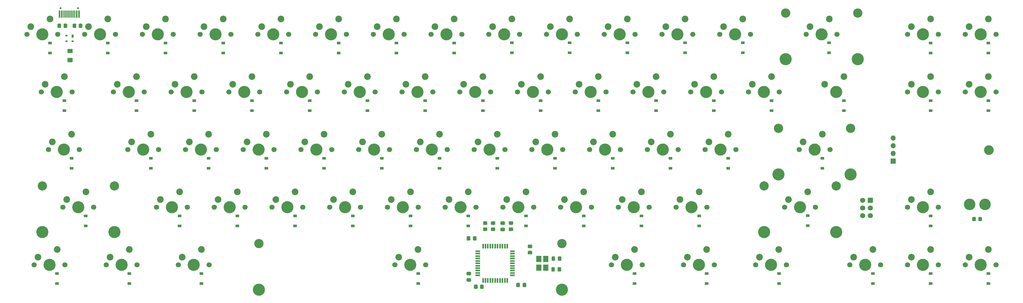
<source format=gbr>
G04 #@! TF.GenerationSoftware,KiCad,Pcbnew,(5.1.12)-1*
G04 #@! TF.CreationDate,2021-11-30T17:05:59-08:00*
G04 #@! TF.ProjectId,oled68 pcb,6f6c6564-3638-4207-9063-622e6b696361,rev?*
G04 #@! TF.SameCoordinates,Original*
G04 #@! TF.FileFunction,Soldermask,Bot*
G04 #@! TF.FilePolarity,Negative*
%FSLAX46Y46*%
G04 Gerber Fmt 4.6, Leading zero omitted, Abs format (unit mm)*
G04 Created by KiCad (PCBNEW (5.1.12)-1) date 2021-11-30 17:05:59*
%MOMM*%
%LPD*%
G01*
G04 APERTURE LIST*
%ADD10C,2.200000*%
%ADD11C,4.000000*%
%ADD12C,1.700000*%
%ADD13R,1.500000X0.550000*%
%ADD14R,0.550000X1.500000*%
%ADD15C,3.200000*%
%ADD16C,3.800000*%
%ADD17R,1.800000X2.100000*%
%ADD18R,0.600000X2.450000*%
%ADD19R,0.300000X2.450000*%
%ADD20C,0.650000*%
%ADD21R,0.700000X1.000000*%
%ADD22R,0.700000X0.600000*%
%ADD23R,1.700000X1.700000*%
%ADD24O,1.700000X1.700000*%
%ADD25C,3.050000*%
%ADD26R,1.200000X0.900000*%
G04 APERTURE END LIST*
D10*
X-24378300Y-75344000D03*
X-30728300Y-77884000D03*
D11*
X-26918300Y-80424000D03*
D12*
X-31998300Y-80424000D03*
X-21838300Y-80424000D03*
D10*
X-124327300Y-56294000D03*
X-130677300Y-58834000D03*
D11*
X-126867300Y-61374000D03*
D12*
X-131947300Y-61374000D03*
X-121787300Y-61374000D03*
D10*
X-148132800Y-56294000D03*
X-154482800Y-58834000D03*
D11*
X-150672800Y-61374000D03*
D12*
X-155752800Y-61374000D03*
X-145592800Y-61374000D03*
D13*
X-11719800Y-114046500D03*
X-11719800Y-114846500D03*
X-11719800Y-115646500D03*
X-11719800Y-116446500D03*
X-11719800Y-117246500D03*
X-11719800Y-118046500D03*
X-11719800Y-118846500D03*
X-11719800Y-119646500D03*
X-11719800Y-120446500D03*
X-11719800Y-121246500D03*
X-11719800Y-122046500D03*
D14*
X-10019800Y-123746500D03*
X-9219800Y-123746500D03*
X-8419800Y-123746500D03*
X-7619800Y-123746500D03*
X-6819800Y-123746500D03*
X-6019800Y-123746500D03*
X-5219800Y-123746500D03*
X-4419800Y-123746500D03*
X-3619800Y-123746500D03*
X-2819800Y-123746500D03*
X-2019800Y-123746500D03*
D13*
X-319800Y-122046500D03*
X-319800Y-121246500D03*
X-319800Y-120446500D03*
X-319800Y-119646500D03*
X-319800Y-118846500D03*
X-319800Y-118046500D03*
X-319800Y-117246500D03*
X-319800Y-116446500D03*
X-319800Y-115646500D03*
X-319800Y-114846500D03*
X-319800Y-114046500D03*
D14*
X-2019800Y-112346500D03*
X-2819800Y-112346500D03*
X-3619800Y-112346500D03*
X-4419800Y-112346500D03*
X-5219800Y-112346500D03*
X-6019800Y-112346500D03*
X-6819800Y-112346500D03*
X-7619800Y-112346500D03*
X-8419800Y-112346500D03*
X-9219800Y-112346500D03*
X-10019800Y-112346500D03*
D15*
X156921200Y-80645000D03*
D16*
X155644200Y-98585000D03*
X150564200Y-98585000D03*
D10*
X137673700Y-94394000D03*
X131323700Y-96934000D03*
D11*
X135133700Y-99474000D03*
D12*
X130053700Y-99474000D03*
X140213700Y-99474000D03*
D10*
X156723700Y-56294000D03*
X150373700Y-58834000D03*
D11*
X154183700Y-61374000D03*
D12*
X149103700Y-61374000D03*
X159263700Y-61374000D03*
D17*
X8394700Y-119507000D03*
X8394700Y-116607000D03*
X10694700Y-116607000D03*
X10694700Y-119507000D03*
D18*
X-143327300Y-35660000D03*
X-149777300Y-35660000D03*
X-144102300Y-35660000D03*
X-149002300Y-35660000D03*
D19*
X-148302300Y-35660000D03*
X-144802300Y-35660000D03*
X-147802300Y-35660000D03*
X-145302300Y-35660000D03*
X-147302300Y-35660000D03*
X-145802300Y-35660000D03*
X-146302300Y-35660000D03*
X-146802300Y-35660000D03*
D20*
X-143662300Y-33715000D03*
X-149442300Y-33715000D03*
D21*
X-145481800Y-42971000D03*
D22*
X-147481800Y-42771000D03*
X-145481800Y-44671000D03*
X-147481800Y-44671000D03*
G36*
G01*
X-6268299Y-107375000D02*
X-7168301Y-107375000D01*
G75*
G02*
X-7418300Y-107125001I0J249999D01*
G01*
X-7418300Y-106424999D01*
G75*
G02*
X-7168301Y-106175000I249999J0D01*
G01*
X-6268299Y-106175000D01*
G75*
G02*
X-6018300Y-106424999I0J-249999D01*
G01*
X-6018300Y-107125001D01*
G75*
G02*
X-6268299Y-107375000I-249999J0D01*
G01*
G37*
G36*
G01*
X-6267900Y-105375000D02*
X-7168700Y-105375000D01*
G75*
G02*
X-7418300Y-105125400I0J249600D01*
G01*
X-7418300Y-104424600D01*
G75*
G02*
X-7168700Y-104175000I249600J0D01*
G01*
X-6267900Y-104175000D01*
G75*
G02*
X-6018300Y-104424600I0J-249600D01*
G01*
X-6018300Y-105125400D01*
G75*
G02*
X-6267900Y-105375000I-249600J0D01*
G01*
G37*
G36*
G01*
X-8871799Y-107375000D02*
X-9771801Y-107375000D01*
G75*
G02*
X-10021800Y-107125001I0J249999D01*
G01*
X-10021800Y-106424999D01*
G75*
G02*
X-9771801Y-106175000I249999J0D01*
G01*
X-8871799Y-106175000D01*
G75*
G02*
X-8621800Y-106424999I0J-249999D01*
G01*
X-8621800Y-107125001D01*
G75*
G02*
X-8871799Y-107375000I-249999J0D01*
G01*
G37*
G36*
G01*
X-8871400Y-105375000D02*
X-9772200Y-105375000D01*
G75*
G02*
X-10021800Y-105125400I0J249600D01*
G01*
X-10021800Y-104424600D01*
G75*
G02*
X-9772200Y-104175000I249600J0D01*
G01*
X-8871400Y-104175000D01*
G75*
G02*
X-8621800Y-104424600I0J-249600D01*
G01*
X-8621800Y-105125400D01*
G75*
G02*
X-8871400Y-105375000I-249600J0D01*
G01*
G37*
G36*
G01*
X-142230800Y-39079999D02*
X-142230800Y-39980001D01*
G75*
G02*
X-142480799Y-40230000I-249999J0D01*
G01*
X-143180801Y-40230000D01*
G75*
G02*
X-143430800Y-39980001I0J249999D01*
G01*
X-143430800Y-39079999D01*
G75*
G02*
X-143180801Y-38830000I249999J0D01*
G01*
X-142480799Y-38830000D01*
G75*
G02*
X-142230800Y-39079999I0J-249999D01*
G01*
G37*
G36*
G01*
X-144230800Y-39079600D02*
X-144230800Y-39980400D01*
G75*
G02*
X-144480400Y-40230000I-249600J0D01*
G01*
X-145181200Y-40230000D01*
G75*
G02*
X-145430800Y-39980400I0J249600D01*
G01*
X-145430800Y-39079600D01*
G75*
G02*
X-145181200Y-38830000I249600J0D01*
G01*
X-144480400Y-38830000D01*
G75*
G02*
X-144230800Y-39079600I0J-249600D01*
G01*
G37*
G36*
G01*
X-150438300Y-39980001D02*
X-150438300Y-39079999D01*
G75*
G02*
X-150188301Y-38830000I249999J0D01*
G01*
X-149488299Y-38830000D01*
G75*
G02*
X-149238300Y-39079999I0J-249999D01*
G01*
X-149238300Y-39980001D01*
G75*
G02*
X-149488299Y-40230000I-249999J0D01*
G01*
X-150188301Y-40230000D01*
G75*
G02*
X-150438300Y-39980001I0J249999D01*
G01*
G37*
G36*
G01*
X-148438300Y-39980400D02*
X-148438300Y-39079600D01*
G75*
G02*
X-148188700Y-38830000I249600J0D01*
G01*
X-147487900Y-38830000D01*
G75*
G02*
X-147238300Y-39079600I0J-249600D01*
G01*
X-147238300Y-39980400D01*
G75*
G02*
X-147487900Y-40230000I-249600J0D01*
G01*
X-148188700Y-40230000D01*
G75*
G02*
X-148438300Y-39980400I0J249600D01*
G01*
G37*
G36*
G01*
X151393200Y-103861001D02*
X151393200Y-102960999D01*
G75*
G02*
X151643199Y-102711000I249999J0D01*
G01*
X152343201Y-102711000D01*
G75*
G02*
X152593200Y-102960999I0J-249999D01*
G01*
X152593200Y-103861001D01*
G75*
G02*
X152343201Y-104111000I-249999J0D01*
G01*
X151643199Y-104111000D01*
G75*
G02*
X151393200Y-103861001I0J249999D01*
G01*
G37*
G36*
G01*
X153393200Y-103861001D02*
X153393200Y-102960999D01*
G75*
G02*
X153643199Y-102711000I249999J0D01*
G01*
X154343201Y-102711000D01*
G75*
G02*
X154593200Y-102960999I0J-249999D01*
G01*
X154593200Y-103861001D01*
G75*
G02*
X154343201Y-104111000I-249999J0D01*
G01*
X153643199Y-104111000D01*
G75*
G02*
X153393200Y-103861001I0J249999D01*
G01*
G37*
G36*
G01*
X-13001300Y-126243900D02*
X-13001300Y-125343100D01*
G75*
G02*
X-12751700Y-125093500I249600J0D01*
G01*
X-12050900Y-125093500D01*
G75*
G02*
X-11801300Y-125343100I0J-249600D01*
G01*
X-11801300Y-126243900D01*
G75*
G02*
X-12050900Y-126493500I-249600J0D01*
G01*
X-12751700Y-126493500D01*
G75*
G02*
X-13001300Y-126243900I0J249600D01*
G01*
G37*
G36*
G01*
X-11001300Y-126243900D02*
X-11001300Y-125343100D01*
G75*
G02*
X-10751700Y-125093500I249600J0D01*
G01*
X-10050900Y-125093500D01*
G75*
G02*
X-9801300Y-125343100I0J-249600D01*
G01*
X-9801300Y-126243900D01*
G75*
G02*
X-10050900Y-126493500I-249600J0D01*
G01*
X-10751700Y-126493500D01*
G75*
G02*
X-11001300Y-126243900I0J249600D01*
G01*
G37*
D23*
X125303700Y-84234000D03*
D24*
X125303700Y-81694000D03*
X125303700Y-79154000D03*
X125303700Y-76614000D03*
D10*
X156723700Y-113444000D03*
X150373700Y-115984000D03*
D11*
X154183700Y-118524000D03*
D12*
X149103700Y-118524000D03*
X159263700Y-118524000D03*
D10*
X156723700Y-37244000D03*
X150373700Y-39784000D03*
D11*
X154183700Y-42324000D03*
D12*
X149103700Y-42324000D03*
X159263700Y-42324000D03*
D10*
X137673700Y-113444000D03*
X131323700Y-115984000D03*
D11*
X135133700Y-118524000D03*
D12*
X130053700Y-118524000D03*
X140213700Y-118524000D03*
D10*
X137673700Y-56294000D03*
X131323700Y-58834000D03*
D11*
X135133700Y-61374000D03*
D12*
X130053700Y-61374000D03*
X140213700Y-61374000D03*
D10*
X137673700Y-37244000D03*
X131323700Y-39784000D03*
D11*
X135133700Y-42324000D03*
D12*
X130053700Y-42324000D03*
X140213700Y-42324000D03*
D10*
X118623700Y-113444000D03*
X112273700Y-115984000D03*
D11*
X116083700Y-118524000D03*
D12*
X111003700Y-118524000D03*
X121163700Y-118524000D03*
D10*
X97160700Y-94394000D03*
X90810700Y-96934000D03*
D11*
X94620700Y-99474000D03*
D12*
X89540700Y-99474000D03*
X99700700Y-99474000D03*
D11*
X106520700Y-107714000D03*
X82720700Y-107714000D03*
D25*
X82720700Y-92474000D03*
X106520700Y-92474000D03*
D10*
X101923200Y-75344000D03*
X95573200Y-77884000D03*
D11*
X99383200Y-80424000D03*
D12*
X94303200Y-80424000D03*
X104463200Y-80424000D03*
D11*
X111283200Y-88664000D03*
X87483200Y-88664000D03*
D25*
X87483200Y-73424000D03*
X111283200Y-73424000D03*
D10*
X109035200Y-56294000D03*
X102685200Y-58834000D03*
D11*
X106495200Y-61374000D03*
D10*
X104272700Y-37244000D03*
X97922700Y-39784000D03*
D11*
X101732700Y-42324000D03*
D12*
X96652700Y-42324000D03*
X106812700Y-42324000D03*
D11*
X113632700Y-50564000D03*
X89832700Y-50564000D03*
D25*
X89832700Y-35324000D03*
X113632700Y-35324000D03*
D10*
X85222700Y-56294000D03*
X78872700Y-58834000D03*
D11*
X82682700Y-61374000D03*
D12*
X77602700Y-61374000D03*
X87762700Y-61374000D03*
D10*
X75697700Y-37244000D03*
X69347700Y-39784000D03*
D11*
X73157700Y-42324000D03*
D12*
X68077700Y-42324000D03*
X78237700Y-42324000D03*
D10*
X87572200Y-113444000D03*
X81222200Y-115984000D03*
D11*
X85032200Y-118524000D03*
D12*
X79952200Y-118524000D03*
X90112200Y-118524000D03*
D10*
X70871700Y-75344000D03*
X64521700Y-77884000D03*
D11*
X68331700Y-80424000D03*
D12*
X63251700Y-80424000D03*
X73411700Y-80424000D03*
D10*
X66172700Y-56294000D03*
X59822700Y-58834000D03*
D11*
X63632700Y-61374000D03*
D12*
X58552700Y-61374000D03*
X68712700Y-61374000D03*
D10*
X56647700Y-37244000D03*
X50297700Y-39784000D03*
D11*
X54107700Y-42324000D03*
D12*
X49027700Y-42324000D03*
X59187700Y-42324000D03*
D10*
X63759700Y-113444000D03*
X57409700Y-115984000D03*
D11*
X61219700Y-118524000D03*
D12*
X56139700Y-118524000D03*
X66299700Y-118524000D03*
D10*
X61346700Y-94394000D03*
X54996700Y-96934000D03*
D11*
X58806700Y-99474000D03*
D12*
X53726700Y-99474000D03*
X63886700Y-99474000D03*
D10*
X51821700Y-75344000D03*
X45471700Y-77884000D03*
D11*
X49281700Y-80424000D03*
D12*
X44201700Y-80424000D03*
X54361700Y-80424000D03*
D10*
X47122700Y-56294000D03*
X40772700Y-58834000D03*
D11*
X44582700Y-61374000D03*
D12*
X39502700Y-61374000D03*
X49662700Y-61374000D03*
D10*
X37597700Y-37244000D03*
X31247700Y-39784000D03*
D11*
X35057700Y-42324000D03*
D12*
X29977700Y-42324000D03*
X40137700Y-42324000D03*
D10*
X39947200Y-113444000D03*
X33597200Y-115984000D03*
D11*
X37407200Y-118524000D03*
D12*
X32327200Y-118524000D03*
X42487200Y-118524000D03*
D10*
X42296700Y-94394000D03*
X35946700Y-96934000D03*
D11*
X39756700Y-99474000D03*
D12*
X34676700Y-99474000D03*
X44836700Y-99474000D03*
D10*
X32771700Y-75344000D03*
X26421700Y-77884000D03*
D11*
X30231700Y-80424000D03*
D12*
X25151700Y-80424000D03*
X35311700Y-80424000D03*
D10*
X28072700Y-56294000D03*
X21722700Y-58834000D03*
D11*
X25532700Y-61374000D03*
D12*
X20452700Y-61374000D03*
X30612700Y-61374000D03*
D10*
X18547700Y-37244000D03*
X12197700Y-39784000D03*
D11*
X16007700Y-42324000D03*
D12*
X10927700Y-42324000D03*
X21087700Y-42324000D03*
D10*
X23246700Y-94394000D03*
X16896700Y-96934000D03*
D11*
X20706700Y-99474000D03*
D12*
X15626700Y-99474000D03*
X25786700Y-99474000D03*
D10*
X13721700Y-75344000D03*
X7371700Y-77884000D03*
D11*
X11181700Y-80424000D03*
D12*
X6101700Y-80424000D03*
X16261700Y-80424000D03*
D10*
X9022700Y-56294000D03*
X2672700Y-58834000D03*
D11*
X6482700Y-61374000D03*
D12*
X1402700Y-61374000D03*
X11562700Y-61374000D03*
D10*
X-502300Y-37244000D03*
X-6852300Y-39784000D03*
D11*
X-3042300Y-42324000D03*
D12*
X-8122300Y-42324000D03*
X2037700Y-42324000D03*
D10*
X4196700Y-94394000D03*
X-2153300Y-96934000D03*
D11*
X1656700Y-99474000D03*
D12*
X-3423300Y-99474000D03*
X6736700Y-99474000D03*
D10*
X-5328300Y-75344000D03*
X-11678300Y-77884000D03*
D11*
X-7868300Y-80424000D03*
D12*
X-12948300Y-80424000D03*
X-2788300Y-80424000D03*
D10*
X-10027300Y-56294000D03*
X-16377300Y-58834000D03*
D11*
X-12567300Y-61374000D03*
D12*
X-17647300Y-61374000D03*
X-7487300Y-61374000D03*
D10*
X-19552300Y-37244000D03*
X-25902300Y-39784000D03*
D11*
X-22092300Y-42324000D03*
D12*
X-27172300Y-42324000D03*
X-17012300Y-42324000D03*
D10*
X-14853300Y-94394000D03*
X-21203300Y-96934000D03*
D11*
X-17393300Y-99474000D03*
D12*
X-22473300Y-99474000D03*
X-12313300Y-99474000D03*
D10*
X-29077300Y-56294000D03*
X-35427300Y-58834000D03*
D11*
X-31617300Y-61374000D03*
D12*
X-36697300Y-61374000D03*
X-26537300Y-61374000D03*
D10*
X-38602300Y-37244000D03*
X-44952300Y-39784000D03*
D11*
X-41142300Y-42324000D03*
D12*
X-46222300Y-42324000D03*
X-36062300Y-42324000D03*
D10*
X-31452300Y-113459000D03*
X-37802300Y-115999000D03*
D11*
X-33992300Y-118539000D03*
D12*
X-39072300Y-118539000D03*
X-28912300Y-118539000D03*
D11*
X16007700Y-126779000D03*
X-83992300Y-126779000D03*
D25*
X-83992300Y-111539000D03*
X16007700Y-111539000D03*
D10*
X-33903300Y-94394000D03*
X-40253300Y-96934000D03*
D11*
X-36443300Y-99474000D03*
D12*
X-41523300Y-99474000D03*
X-31363300Y-99474000D03*
D10*
X-43428300Y-75344000D03*
X-49778300Y-77884000D03*
D11*
X-45968300Y-80424000D03*
D12*
X-51048300Y-80424000D03*
X-40888300Y-80424000D03*
D10*
X-48127300Y-56294000D03*
X-54477300Y-58834000D03*
D11*
X-50667300Y-61374000D03*
D12*
X-55747300Y-61374000D03*
X-45587300Y-61374000D03*
D10*
X-57652300Y-37244000D03*
X-64002300Y-39784000D03*
D11*
X-60192300Y-42324000D03*
D12*
X-65272300Y-42324000D03*
X-55112300Y-42324000D03*
D10*
X-52953300Y-94394000D03*
X-59303300Y-96934000D03*
D11*
X-55493300Y-99474000D03*
D12*
X-60573300Y-99474000D03*
X-50413300Y-99474000D03*
D10*
X-62478300Y-75344000D03*
X-68828300Y-77884000D03*
D11*
X-65018300Y-80424000D03*
D12*
X-70098300Y-80424000D03*
X-59938300Y-80424000D03*
D10*
X-67177300Y-56294000D03*
X-73527300Y-58834000D03*
D11*
X-69717300Y-61374000D03*
D12*
X-74797300Y-61374000D03*
X-64637300Y-61374000D03*
D10*
X-76702300Y-37244000D03*
X-83052300Y-39784000D03*
D11*
X-79242300Y-42324000D03*
D12*
X-84322300Y-42324000D03*
X-74162300Y-42324000D03*
D10*
X-72003300Y-94394000D03*
X-78353300Y-96934000D03*
D11*
X-74543300Y-99474000D03*
D12*
X-79623300Y-99474000D03*
X-69463300Y-99474000D03*
D10*
X-81528300Y-75344000D03*
X-87878300Y-77884000D03*
D11*
X-84068300Y-80424000D03*
D12*
X-89148300Y-80424000D03*
X-78988300Y-80424000D03*
D10*
X-86227300Y-56294000D03*
X-92577300Y-58834000D03*
D11*
X-88767300Y-61374000D03*
D12*
X-93847300Y-61374000D03*
X-83687300Y-61374000D03*
D10*
X-95752300Y-37244000D03*
X-102102300Y-39784000D03*
D11*
X-98292300Y-42324000D03*
D12*
X-103372300Y-42324000D03*
X-93212300Y-42324000D03*
D10*
X-102927800Y-113444000D03*
X-109277800Y-115984000D03*
D11*
X-105467800Y-118524000D03*
D12*
X-110547800Y-118524000D03*
X-100387800Y-118524000D03*
D10*
X-91053300Y-94394000D03*
X-97403300Y-96934000D03*
D11*
X-93593300Y-99474000D03*
D12*
X-98673300Y-99474000D03*
X-88513300Y-99474000D03*
D10*
X-100578300Y-75344000D03*
X-106928300Y-77884000D03*
D11*
X-103118300Y-80424000D03*
D12*
X-108198300Y-80424000D03*
X-98038300Y-80424000D03*
D10*
X-105277300Y-56294000D03*
X-111627300Y-58834000D03*
D11*
X-107817300Y-61374000D03*
D12*
X-112897300Y-61374000D03*
X-102737300Y-61374000D03*
D10*
X-114802300Y-37244000D03*
X-121152300Y-39784000D03*
D11*
X-117342300Y-42324000D03*
D12*
X-122422300Y-42324000D03*
X-112262300Y-42324000D03*
D10*
X-126740300Y-113444000D03*
X-133090300Y-115984000D03*
D11*
X-129280300Y-118524000D03*
D12*
X-134360300Y-118524000D03*
X-124200300Y-118524000D03*
D10*
X-110103300Y-94394000D03*
X-116453300Y-96934000D03*
D11*
X-112643300Y-99474000D03*
D12*
X-117723300Y-99474000D03*
X-107563300Y-99474000D03*
D10*
X-119628300Y-75344000D03*
X-125978300Y-77884000D03*
D11*
X-122168300Y-80424000D03*
D12*
X-127248300Y-80424000D03*
X-117088300Y-80424000D03*
D10*
X-133852300Y-37244000D03*
X-140202300Y-39784000D03*
D11*
X-136392300Y-42324000D03*
D12*
X-141472300Y-42324000D03*
X-131312300Y-42324000D03*
D10*
X-150552800Y-113444000D03*
X-156902800Y-115984000D03*
D11*
X-153092800Y-118524000D03*
D12*
X-158172800Y-118524000D03*
X-148012800Y-118524000D03*
D10*
X-141027800Y-94394000D03*
X-147377800Y-96934000D03*
D11*
X-143567800Y-99474000D03*
D12*
X-148647800Y-99474000D03*
X-138487800Y-99474000D03*
D11*
X-131667800Y-107714000D03*
X-155467800Y-107714000D03*
D25*
X-155467800Y-92474000D03*
X-131667800Y-92474000D03*
D10*
X-145790300Y-75344000D03*
X-152140300Y-77884000D03*
D11*
X-148330300Y-80424000D03*
D12*
X-153410300Y-80424000D03*
X-143250300Y-80424000D03*
D10*
X-152902300Y-37244000D03*
X-159252300Y-39784000D03*
D11*
X-155442300Y-42324000D03*
D12*
X-160522300Y-42324000D03*
X-150362300Y-42324000D03*
X115265200Y-102298500D03*
X117805200Y-102298500D03*
X115265200Y-99758500D03*
X117805200Y-99758500D03*
X115265200Y-97218500D03*
D23*
X117805200Y-97218500D03*
G36*
G01*
X-146923300Y-50120500D02*
X-145673300Y-50120500D01*
G75*
G02*
X-145423300Y-50370500I0J-250000D01*
G01*
X-145423300Y-51295500D01*
G75*
G02*
X-145673300Y-51545500I-250000J0D01*
G01*
X-146923300Y-51545500D01*
G75*
G02*
X-147173300Y-51295500I0J250000D01*
G01*
X-147173300Y-50370500D01*
G75*
G02*
X-146923300Y-50120500I250000J0D01*
G01*
G37*
G36*
G01*
X-146923300Y-47145500D02*
X-145673300Y-47145500D01*
G75*
G02*
X-145423300Y-47395500I0J-250000D01*
G01*
X-145423300Y-48320500D01*
G75*
G02*
X-145673300Y-48570500I-250000J0D01*
G01*
X-146923300Y-48570500D01*
G75*
G02*
X-147173300Y-48320500I0J250000D01*
G01*
X-147173300Y-47395500D01*
G75*
G02*
X-146923300Y-47145500I250000J0D01*
G01*
G37*
D26*
X156723700Y-124745000D03*
X156723700Y-121445000D03*
X156723700Y-48545000D03*
X156723700Y-45245000D03*
X156723700Y-67595000D03*
X156723700Y-64295000D03*
X137673700Y-124745000D03*
X137673700Y-121445000D03*
X137673700Y-105669600D03*
X137673700Y-102369600D03*
X137673700Y-67595000D03*
X137673700Y-64295000D03*
X137673700Y-48545000D03*
X137673700Y-45245000D03*
X118623700Y-124745000D03*
X118623700Y-121445000D03*
X97160700Y-105632500D03*
X97160700Y-102332500D03*
X101986700Y-86645000D03*
X101986700Y-83345000D03*
X109035200Y-67595000D03*
X109035200Y-64295000D03*
X104145700Y-48482500D03*
X104145700Y-45182500D03*
X85222700Y-67595000D03*
X85222700Y-64295000D03*
X75697700Y-48482500D03*
X75697700Y-45182500D03*
X87635700Y-124745000D03*
X87635700Y-121445000D03*
X70871700Y-86645000D03*
X70871700Y-83345000D03*
X66172700Y-67595000D03*
X66172700Y-64295000D03*
X56647700Y-48482500D03*
X56647700Y-45182500D03*
X63759700Y-124745000D03*
X63759700Y-121445000D03*
X61346700Y-105696000D03*
X61346700Y-102396000D03*
X51821700Y-86645000D03*
X51821700Y-83345000D03*
X47122700Y-67595000D03*
X47122700Y-64295000D03*
X37597700Y-48481500D03*
X37597700Y-45181500D03*
X39947200Y-124745000D03*
X39947200Y-121445000D03*
X42296700Y-105696000D03*
X42296700Y-102396000D03*
X32771700Y-86645000D03*
X32771700Y-83345000D03*
X28072700Y-67595000D03*
X28072700Y-64295000D03*
X18547700Y-48481500D03*
X18547700Y-45181500D03*
X23246700Y-105695000D03*
X23246700Y-102395000D03*
X13721700Y-86645000D03*
X13721700Y-83345000D03*
X9022700Y-67595000D03*
X9022700Y-64295000D03*
X-502300Y-48481500D03*
X-502300Y-45181500D03*
X4196700Y-105696000D03*
X4196700Y-102396000D03*
X-5328300Y-86645000D03*
X-5328300Y-83345000D03*
X-10027300Y-67595000D03*
X-10027300Y-64295000D03*
X-19552300Y-48545000D03*
X-19552300Y-45245000D03*
X-14853300Y-105696000D03*
X-14853300Y-102396000D03*
X-24378300Y-86645000D03*
X-24378300Y-83345000D03*
X-29077300Y-67595000D03*
X-29077300Y-64295000D03*
X-38602300Y-48545000D03*
X-38602300Y-45245000D03*
X-31426800Y-124747000D03*
X-31426800Y-121447000D03*
X-33903300Y-105695000D03*
X-33903300Y-102395000D03*
X-43428300Y-86645000D03*
X-43428300Y-83345000D03*
X-48127300Y-67595000D03*
X-48127300Y-64295000D03*
X-57652300Y-48545000D03*
X-57652300Y-45245000D03*
X-52953300Y-105695000D03*
X-52953300Y-102395000D03*
X-62478300Y-86645000D03*
X-62478300Y-83345000D03*
X-67177300Y-67595000D03*
X-67177300Y-64295000D03*
X-76702300Y-48545000D03*
X-76702300Y-45245000D03*
X-72003300Y-105696000D03*
X-72003300Y-102396000D03*
X-81528300Y-86645000D03*
X-81528300Y-83345000D03*
X-86227300Y-67595000D03*
X-86227300Y-64295000D03*
X-95752300Y-48545000D03*
X-95752300Y-45245000D03*
X-102927800Y-124745000D03*
X-102927800Y-121445000D03*
X-91053300Y-105695000D03*
X-91053300Y-102395000D03*
X-100578300Y-86645000D03*
X-100578300Y-83345000D03*
X-105277300Y-67595000D03*
X-105277300Y-64295000D03*
X-114802300Y-48545000D03*
X-114802300Y-45245000D03*
X-126740300Y-124745000D03*
X-126740300Y-121445000D03*
X-110103300Y-105695000D03*
X-110103300Y-102395000D03*
X-119628300Y-86645000D03*
X-119628300Y-83345000D03*
X-124327300Y-67595000D03*
X-124327300Y-64295000D03*
X-133852300Y-48545000D03*
X-133852300Y-45245000D03*
X-150616300Y-124745000D03*
X-150616300Y-121445000D03*
X-141091300Y-105695000D03*
X-141091300Y-102395000D03*
X-145790300Y-86645000D03*
X-145790300Y-83345000D03*
X-148139800Y-67595000D03*
X-148139800Y-64295000D03*
X-152902300Y-45245000D03*
X-152902300Y-48545000D03*
G36*
G01*
X-12181260Y-109344715D02*
X-12181260Y-110294165D01*
G75*
G02*
X-12431535Y-110544440I-250275J0D01*
G01*
X-13105985Y-110544440D01*
G75*
G02*
X-13356260Y-110294165I0J250275D01*
G01*
X-13356260Y-109344715D01*
G75*
G02*
X-13105985Y-109094440I250275J0D01*
G01*
X-12431535Y-109094440D01*
G75*
G02*
X-12181260Y-109344715I0J-250275D01*
G01*
G37*
G36*
G01*
X-14256260Y-109344715D02*
X-14256260Y-110294165D01*
G75*
G02*
X-14506535Y-110544440I-250275J0D01*
G01*
X-15180985Y-110544440D01*
G75*
G02*
X-15431260Y-110294165I0J250275D01*
G01*
X-15431260Y-109344715D01*
G75*
G02*
X-15180985Y-109094440I250275J0D01*
G01*
X-14506535Y-109094440D01*
G75*
G02*
X-14256260Y-109344715I0J-250275D01*
G01*
G37*
G36*
G01*
X969700Y-125697000D02*
X969700Y-124747000D01*
G75*
G02*
X1219700Y-124497000I250000J0D01*
G01*
X1894700Y-124497000D01*
G75*
G02*
X2144700Y-124747000I0J-250000D01*
G01*
X2144700Y-125697000D01*
G75*
G02*
X1894700Y-125947000I-250000J0D01*
G01*
X1219700Y-125947000D01*
G75*
G02*
X969700Y-125697000I0J250000D01*
G01*
G37*
G36*
G01*
X3044700Y-125696725D02*
X3044700Y-124747275D01*
G75*
G02*
X3294975Y-124497000I250275J0D01*
G01*
X3969425Y-124497000D01*
G75*
G02*
X4219700Y-124747275I0J-250275D01*
G01*
X4219700Y-125696725D01*
G75*
G02*
X3969425Y-125947000I-250275J0D01*
G01*
X3294975Y-125947000D01*
G75*
G02*
X3044700Y-125696725I0J250275D01*
G01*
G37*
G36*
G01*
X4998700Y-111849500D02*
X5948700Y-111849500D01*
G75*
G02*
X6198700Y-112099500I0J-250000D01*
G01*
X6198700Y-112774500D01*
G75*
G02*
X5948700Y-113024500I-250000J0D01*
G01*
X4998700Y-113024500D01*
G75*
G02*
X4748700Y-112774500I0J250000D01*
G01*
X4748700Y-112099500D01*
G75*
G02*
X4998700Y-111849500I250000J0D01*
G01*
G37*
G36*
G01*
X4998975Y-113924500D02*
X5948425Y-113924500D01*
G75*
G02*
X6198700Y-114174775I0J-250275D01*
G01*
X6198700Y-114849225D01*
G75*
G02*
X5948425Y-115099500I-250275J0D01*
G01*
X4998975Y-115099500D01*
G75*
G02*
X4748700Y-114849225I0J250275D01*
G01*
X4748700Y-114174775D01*
G75*
G02*
X4998975Y-113924500I250275J0D01*
G01*
G37*
G36*
G01*
X-14244300Y-124116500D02*
X-15194300Y-124116500D01*
G75*
G02*
X-15444300Y-123866500I0J250000D01*
G01*
X-15444300Y-123191500D01*
G75*
G02*
X-15194300Y-122941500I250000J0D01*
G01*
X-14244300Y-122941500D01*
G75*
G02*
X-13994300Y-123191500I0J-250000D01*
G01*
X-13994300Y-123866500D01*
G75*
G02*
X-14244300Y-124116500I-250000J0D01*
G01*
G37*
G36*
G01*
X-14244575Y-122041500D02*
X-15194025Y-122041500D01*
G75*
G02*
X-15444300Y-121791225I0J250275D01*
G01*
X-15444300Y-121116775D01*
G75*
G02*
X-15194025Y-120866500I250275J0D01*
G01*
X-14244575Y-120866500D01*
G75*
G02*
X-13994300Y-121116775I0J-250275D01*
G01*
X-13994300Y-121791225D01*
G75*
G02*
X-14244575Y-122041500I-250275J0D01*
G01*
G37*
G36*
G01*
X-337800Y-107374000D02*
X-1287800Y-107374000D01*
G75*
G02*
X-1537800Y-107124000I0J250000D01*
G01*
X-1537800Y-106449000D01*
G75*
G02*
X-1287800Y-106199000I250000J0D01*
G01*
X-337800Y-106199000D01*
G75*
G02*
X-87800Y-106449000I0J-250000D01*
G01*
X-87800Y-107124000D01*
G75*
G02*
X-337800Y-107374000I-250000J0D01*
G01*
G37*
G36*
G01*
X-338075Y-105299000D02*
X-1287525Y-105299000D01*
G75*
G02*
X-1537800Y-105048725I0J250275D01*
G01*
X-1537800Y-104374275D01*
G75*
G02*
X-1287525Y-104124000I250275J0D01*
G01*
X-338075Y-104124000D01*
G75*
G02*
X-87800Y-104374275I0J-250275D01*
G01*
X-87800Y-105048725D01*
G75*
G02*
X-338075Y-105299000I-250275J0D01*
G01*
G37*
G36*
G01*
X12583200Y-116967000D02*
X12583200Y-116017000D01*
G75*
G02*
X12833200Y-115767000I250000J0D01*
G01*
X13508200Y-115767000D01*
G75*
G02*
X13758200Y-116017000I0J-250000D01*
G01*
X13758200Y-116967000D01*
G75*
G02*
X13508200Y-117217000I-250000J0D01*
G01*
X12833200Y-117217000D01*
G75*
G02*
X12583200Y-116967000I0J250000D01*
G01*
G37*
G36*
G01*
X14658200Y-116966725D02*
X14658200Y-116017275D01*
G75*
G02*
X14908475Y-115767000I250275J0D01*
G01*
X15582925Y-115767000D01*
G75*
G02*
X15833200Y-116017275I0J-250275D01*
G01*
X15833200Y-116966725D01*
G75*
G02*
X15582925Y-117217000I-250275J0D01*
G01*
X14908475Y-117217000D01*
G75*
G02*
X14658200Y-116966725I0J250275D01*
G01*
G37*
G36*
G01*
X12499200Y-120523000D02*
X12499200Y-119573000D01*
G75*
G02*
X12749200Y-119323000I250000J0D01*
G01*
X13424200Y-119323000D01*
G75*
G02*
X13674200Y-119573000I0J-250000D01*
G01*
X13674200Y-120523000D01*
G75*
G02*
X13424200Y-120773000I-250000J0D01*
G01*
X12749200Y-120773000D01*
G75*
G02*
X12499200Y-120523000I0J250000D01*
G01*
G37*
G36*
G01*
X14574200Y-120522725D02*
X14574200Y-119573275D01*
G75*
G02*
X14824475Y-119323000I250275J0D01*
G01*
X15498925Y-119323000D01*
G75*
G02*
X15749200Y-119573275I0J-250275D01*
G01*
X15749200Y-120522725D01*
G75*
G02*
X15498925Y-120773000I-250275J0D01*
G01*
X14824475Y-120773000D01*
G75*
G02*
X14574200Y-120522725I0J250275D01*
G01*
G37*
G36*
G01*
X-3068575Y-107437500D02*
X-4018025Y-107437500D01*
G75*
G02*
X-4268300Y-107187225I0J250275D01*
G01*
X-4268300Y-106512775D01*
G75*
G02*
X-4018025Y-106262500I250275J0D01*
G01*
X-3068575Y-106262500D01*
G75*
G02*
X-2818300Y-106512775I0J-250275D01*
G01*
X-2818300Y-107187225D01*
G75*
G02*
X-3068575Y-107437500I-250275J0D01*
G01*
G37*
G36*
G01*
X-3068575Y-105362500D02*
X-4018025Y-105362500D01*
G75*
G02*
X-4268300Y-105112225I0J250275D01*
G01*
X-4268300Y-104437775D01*
G75*
G02*
X-4018025Y-104187500I250275J0D01*
G01*
X-3068575Y-104187500D01*
G75*
G02*
X-2818300Y-104437775I0J-250275D01*
G01*
X-2818300Y-105112225D01*
G75*
G02*
X-3068575Y-105362500I-250275J0D01*
G01*
G37*
M02*

</source>
